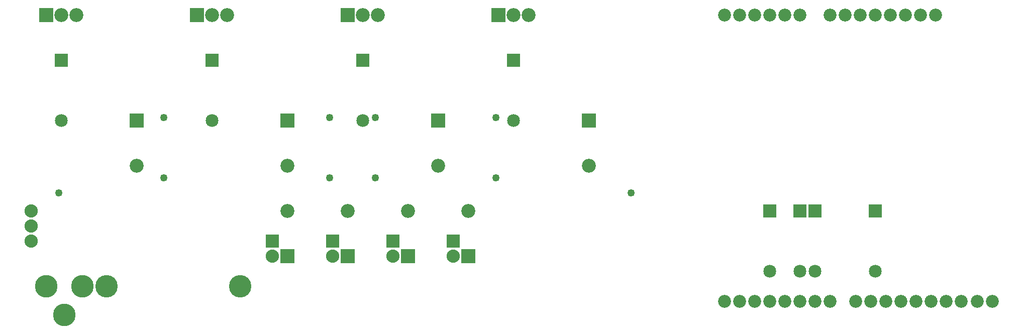
<source format=gts>
G04 MADE WITH FRITZING*
G04 WWW.FRITZING.ORG*
G04 DOUBLE SIDED*
G04 HOLES PLATED*
G04 CONTOUR ON CENTER OF CONTOUR VECTOR*
%ASAXBY*%
%FSLAX23Y23*%
%MOIN*%
%OFA0B0*%
%SFA1.0B1.0*%
%ADD10C,0.085833*%
%ADD11C,0.092000*%
%ADD12C,0.085000*%
%ADD13C,0.088000*%
%ADD14C,0.148890*%
%ADD15C,0.150000*%
%ADD16C,0.049370*%
%ADD17R,0.092000X0.092000*%
%ADD18R,0.085000X0.085000*%
%ADD19R,0.088000X0.088000*%
%LNMASK1*%
G90*
G70*
G54D10*
X6555Y222D03*
X6455Y222D03*
X6348Y222D03*
X6248Y222D03*
X6148Y222D03*
X6048Y222D03*
X5948Y222D03*
X5848Y222D03*
X5748Y222D03*
X5648Y222D03*
X5478Y222D03*
X5378Y222D03*
X5278Y222D03*
X5178Y222D03*
X5078Y222D03*
X4978Y222D03*
X4878Y222D03*
X4778Y222D03*
X6178Y2122D03*
X6078Y2122D03*
X5978Y2122D03*
X5878Y2122D03*
X5778Y2122D03*
X5678Y2122D03*
X5578Y2122D03*
X5478Y2122D03*
X5278Y2122D03*
X5178Y2122D03*
X5078Y2122D03*
X4978Y2122D03*
X4878Y2122D03*
X4778Y2122D03*
G54D11*
X278Y2122D03*
X378Y2122D03*
X478Y2122D03*
X1278Y2122D03*
X1378Y2122D03*
X1478Y2122D03*
X2278Y2122D03*
X2378Y2122D03*
X2478Y2122D03*
X3278Y2122D03*
X3378Y2122D03*
X3478Y2122D03*
X1878Y1422D03*
X1878Y1122D03*
X878Y1422D03*
X878Y1122D03*
X3878Y1422D03*
X3878Y1122D03*
X2878Y1422D03*
X2878Y1122D03*
G54D12*
X378Y1822D03*
X378Y1422D03*
X5378Y822D03*
X5378Y422D03*
X5278Y822D03*
X5278Y422D03*
X5778Y822D03*
X5778Y422D03*
X3378Y1822D03*
X3378Y1422D03*
X2378Y1822D03*
X2378Y1422D03*
X1378Y1822D03*
X1378Y1422D03*
X5078Y822D03*
X5078Y422D03*
G54D13*
X1778Y622D03*
X1778Y522D03*
X2578Y622D03*
X2578Y522D03*
X2978Y622D03*
X2978Y522D03*
X2178Y622D03*
X2178Y522D03*
G54D11*
X1878Y522D03*
X1878Y820D03*
X3078Y522D03*
X3078Y820D03*
X2278Y522D03*
X2278Y820D03*
X2678Y522D03*
X2678Y820D03*
G54D14*
X678Y322D03*
X1566Y322D03*
G54D13*
X178Y822D03*
X178Y722D03*
X178Y622D03*
G54D15*
X518Y322D03*
X278Y322D03*
X398Y132D03*
G54D16*
X3262Y1041D03*
X3262Y1441D03*
X361Y940D03*
X4159Y940D03*
X2462Y1441D03*
X2462Y1041D03*
X2159Y1041D03*
X2159Y1441D03*
X1060Y1041D03*
X1060Y1441D03*
G54D17*
X278Y2122D03*
X1278Y2122D03*
X2278Y2122D03*
X3278Y2122D03*
X1878Y1422D03*
X878Y1422D03*
X3878Y1422D03*
X2878Y1422D03*
G54D18*
X378Y1822D03*
X5378Y822D03*
X5278Y822D03*
X5778Y822D03*
X3378Y1822D03*
X2378Y1822D03*
X1378Y1822D03*
X5078Y822D03*
G54D19*
X1778Y622D03*
X2578Y622D03*
X2978Y622D03*
X2178Y622D03*
G54D17*
X1878Y521D03*
X3078Y521D03*
X2278Y521D03*
X2678Y521D03*
G04 End of Mask1*
M02*
</source>
